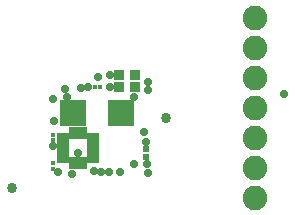
<source format=gbs>
G75*
%MOIN*%
%OFA0B0*%
%FSLAX25Y25*%
%IPPOS*%
%LPD*%
%AMOC8*
5,1,8,0,0,1.08239X$1,22.5*
%
%ADD10R,0.04442X0.01981*%
%ADD11R,0.01981X0.03950*%
%ADD12R,0.01784X0.01784*%
%ADD13R,0.02375X0.02178*%
%ADD14R,0.03753X0.03556*%
%ADD15C,0.08200*%
%ADD16R,0.08674X0.08674*%
%ADD17C,0.02800*%
%ADD18C,0.03378*%
D10*
X0026050Y0026591D03*
X0026050Y0028560D03*
X0026050Y0030528D03*
X0026050Y0032497D03*
X0026050Y0034465D03*
X0036188Y0034465D03*
X0036188Y0032497D03*
X0036188Y0030528D03*
X0036188Y0028560D03*
X0036188Y0026591D03*
D11*
X0033087Y0025509D03*
X0031119Y0025509D03*
X0029150Y0025509D03*
X0029150Y0035548D03*
X0031119Y0035548D03*
X0033087Y0035548D03*
D12*
X0022702Y0034940D03*
X0022702Y0033140D03*
X0022690Y0025377D03*
X0022690Y0023577D03*
X0036735Y0050891D03*
X0038535Y0050891D03*
D13*
X0053914Y0030087D03*
X0053914Y0027646D03*
D14*
X0050261Y0050863D03*
X0044946Y0050863D03*
X0044946Y0054800D03*
X0050261Y0054800D03*
D15*
X0090260Y0053992D03*
X0090260Y0063992D03*
X0090260Y0073992D03*
X0090260Y0043992D03*
X0090260Y0033992D03*
X0090260Y0023992D03*
X0090260Y0013992D03*
D16*
X0045387Y0042301D03*
X0029639Y0042301D03*
D17*
X0031036Y0044418D03*
X0027497Y0047670D03*
X0026709Y0050070D03*
X0022682Y0046831D03*
X0032203Y0050574D03*
X0034603Y0050894D03*
X0037883Y0054072D03*
X0041744Y0054787D03*
X0041906Y0050922D03*
X0049733Y0047496D03*
X0054631Y0049926D03*
X0054450Y0052481D03*
X0053135Y0035728D03*
X0053855Y0032359D03*
X0053981Y0025233D03*
X0054603Y0022223D03*
X0049860Y0025084D03*
X0045174Y0022577D03*
X0041356Y0022577D03*
X0038956Y0022577D03*
X0036548Y0022745D03*
X0029095Y0021918D03*
X0024607Y0022619D03*
X0031076Y0028863D03*
X0022741Y0031020D03*
X0023202Y0039465D03*
X0099725Y0048544D03*
D18*
X0009174Y0017048D03*
X0060355Y0040670D03*
M02*

</source>
